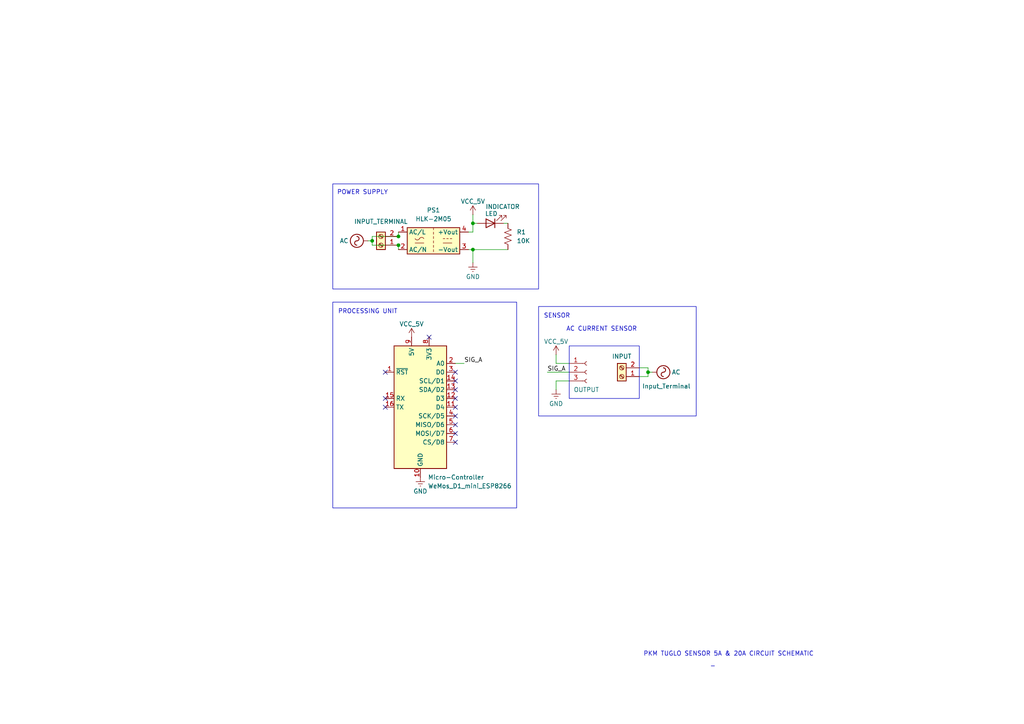
<source format=kicad_sch>
(kicad_sch
	(version 20231120)
	(generator "eeschema")
	(generator_version "8.0")
	(uuid "dce5aaaf-37eb-402b-91a9-a881a793c1ba")
	(paper "A4")
	(lib_symbols
		(symbol "Connector:Conn_01x03_Socket"
			(pin_names
				(offset 1.016) hide)
			(exclude_from_sim no)
			(in_bom yes)
			(on_board yes)
			(property "Reference" "J"
				(at 0 5.08 0)
				(effects
					(font
						(size 1.27 1.27)
					)
				)
			)
			(property "Value" "Conn_01x03_Socket"
				(at 0 -5.08 0)
				(effects
					(font
						(size 1.27 1.27)
					)
				)
			)
			(property "Footprint" ""
				(at 0 0 0)
				(effects
					(font
						(size 1.27 1.27)
					)
					(hide yes)
				)
			)
			(property "Datasheet" "~"
				(at 0 0 0)
				(effects
					(font
						(size 1.27 1.27)
					)
					(hide yes)
				)
			)
			(property "Description" "Generic connector, single row, 01x03, script generated"
				(at 0 0 0)
				(effects
					(font
						(size 1.27 1.27)
					)
					(hide yes)
				)
			)
			(property "ki_locked" ""
				(at 0 0 0)
				(effects
					(font
						(size 1.27 1.27)
					)
				)
			)
			(property "ki_keywords" "connector"
				(at 0 0 0)
				(effects
					(font
						(size 1.27 1.27)
					)
					(hide yes)
				)
			)
			(property "ki_fp_filters" "Connector*:*_1x??_*"
				(at 0 0 0)
				(effects
					(font
						(size 1.27 1.27)
					)
					(hide yes)
				)
			)
			(symbol "Conn_01x03_Socket_1_1"
				(arc
					(start 0 -2.032)
					(mid -0.5058 -2.54)
					(end 0 -3.048)
					(stroke
						(width 0.1524)
						(type default)
					)
					(fill
						(type none)
					)
				)
				(polyline
					(pts
						(xy -1.27 -2.54) (xy -0.508 -2.54)
					)
					(stroke
						(width 0.1524)
						(type default)
					)
					(fill
						(type none)
					)
				)
				(polyline
					(pts
						(xy -1.27 0) (xy -0.508 0)
					)
					(stroke
						(width 0.1524)
						(type default)
					)
					(fill
						(type none)
					)
				)
				(polyline
					(pts
						(xy -1.27 2.54) (xy -0.508 2.54)
					)
					(stroke
						(width 0.1524)
						(type default)
					)
					(fill
						(type none)
					)
				)
				(arc
					(start 0 0.508)
					(mid -0.5058 0)
					(end 0 -0.508)
					(stroke
						(width 0.1524)
						(type default)
					)
					(fill
						(type none)
					)
				)
				(arc
					(start 0 3.048)
					(mid -0.5058 2.54)
					(end 0 2.032)
					(stroke
						(width 0.1524)
						(type default)
					)
					(fill
						(type none)
					)
				)
				(pin passive line
					(at -5.08 2.54 0)
					(length 3.81)
					(name "Pin_1"
						(effects
							(font
								(size 1.27 1.27)
							)
						)
					)
					(number "1"
						(effects
							(font
								(size 1.27 1.27)
							)
						)
					)
				)
				(pin passive line
					(at -5.08 0 0)
					(length 3.81)
					(name "Pin_2"
						(effects
							(font
								(size 1.27 1.27)
							)
						)
					)
					(number "2"
						(effects
							(font
								(size 1.27 1.27)
							)
						)
					)
				)
				(pin passive line
					(at -5.08 -2.54 0)
					(length 3.81)
					(name "Pin_3"
						(effects
							(font
								(size 1.27 1.27)
							)
						)
					)
					(number "3"
						(effects
							(font
								(size 1.27 1.27)
							)
						)
					)
				)
			)
		)
		(symbol "Connector:Screw_Terminal_01x02"
			(pin_names
				(offset 1.016) hide)
			(exclude_from_sim no)
			(in_bom yes)
			(on_board yes)
			(property "Reference" "J"
				(at 0 2.54 0)
				(effects
					(font
						(size 1.27 1.27)
					)
				)
			)
			(property "Value" "Screw_Terminal_01x02"
				(at 0 -5.08 0)
				(effects
					(font
						(size 1.27 1.27)
					)
				)
			)
			(property "Footprint" ""
				(at 0 0 0)
				(effects
					(font
						(size 1.27 1.27)
					)
					(hide yes)
				)
			)
			(property "Datasheet" "~"
				(at 0 0 0)
				(effects
					(font
						(size 1.27 1.27)
					)
					(hide yes)
				)
			)
			(property "Description" "Generic screw terminal, single row, 01x02, script generated (kicad-library-utils/schlib/autogen/connector/)"
				(at 0 0 0)
				(effects
					(font
						(size 1.27 1.27)
					)
					(hide yes)
				)
			)
			(property "ki_keywords" "screw terminal"
				(at 0 0 0)
				(effects
					(font
						(size 1.27 1.27)
					)
					(hide yes)
				)
			)
			(property "ki_fp_filters" "TerminalBlock*:*"
				(at 0 0 0)
				(effects
					(font
						(size 1.27 1.27)
					)
					(hide yes)
				)
			)
			(symbol "Screw_Terminal_01x02_1_1"
				(rectangle
					(start -1.27 1.27)
					(end 1.27 -3.81)
					(stroke
						(width 0.254)
						(type default)
					)
					(fill
						(type background)
					)
				)
				(circle
					(center 0 -2.54)
					(radius 0.635)
					(stroke
						(width 0.1524)
						(type default)
					)
					(fill
						(type none)
					)
				)
				(polyline
					(pts
						(xy -0.5334 -2.2098) (xy 0.3302 -3.048)
					)
					(stroke
						(width 0.1524)
						(type default)
					)
					(fill
						(type none)
					)
				)
				(polyline
					(pts
						(xy -0.5334 0.3302) (xy 0.3302 -0.508)
					)
					(stroke
						(width 0.1524)
						(type default)
					)
					(fill
						(type none)
					)
				)
				(polyline
					(pts
						(xy -0.3556 -2.032) (xy 0.508 -2.8702)
					)
					(stroke
						(width 0.1524)
						(type default)
					)
					(fill
						(type none)
					)
				)
				(polyline
					(pts
						(xy -0.3556 0.508) (xy 0.508 -0.3302)
					)
					(stroke
						(width 0.1524)
						(type default)
					)
					(fill
						(type none)
					)
				)
				(circle
					(center 0 0)
					(radius 0.635)
					(stroke
						(width 0.1524)
						(type default)
					)
					(fill
						(type none)
					)
				)
				(pin passive line
					(at -5.08 0 0)
					(length 3.81)
					(name "Pin_1"
						(effects
							(font
								(size 1.27 1.27)
							)
						)
					)
					(number "1"
						(effects
							(font
								(size 1.27 1.27)
							)
						)
					)
				)
				(pin passive line
					(at -5.08 -2.54 0)
					(length 3.81)
					(name "Pin_2"
						(effects
							(font
								(size 1.27 1.27)
							)
						)
					)
					(number "2"
						(effects
							(font
								(size 1.27 1.27)
							)
						)
					)
				)
			)
		)
		(symbol "Converter_ACDC:HLK-2M05"
			(exclude_from_sim no)
			(in_bom yes)
			(on_board yes)
			(property "Reference" "PS"
				(at 0 5.08 0)
				(effects
					(font
						(size 1.27 1.27)
					)
				)
			)
			(property "Value" "HLK-2M05"
				(at 0 -5.08 0)
				(effects
					(font
						(size 1.27 1.27)
					)
				)
			)
			(property "Footprint" "Converter_ACDC:Converter_ACDC_Hi-Link_HLK-2Mxx"
				(at 0 -7.62 0)
				(effects
					(font
						(size 1.27 1.27)
					)
					(hide yes)
				)
			)
			(property "Datasheet" "https://h.hlktech.com/download/ACDC%E7%94%B5%E6%BA%90%E6%A8%A1%E5%9D%972W%E7%B3%BB%E5%88%97/1/%E6%B5%B7%E5%87%8C%E7%A7%912W%E7%B3%BB%E5%88%97%E7%94%B5%E6%BA%90%E6%A8%A1%E5%9D%97%E8%AF%B4%E6%98%8E%E4%B9%A6V2.6.pdf"
				(at 10.16 -8.89 0)
				(effects
					(font
						(size 1.27 1.27)
					)
					(hide yes)
				)
			)
			(property "Description" "Compact AC/DC board mount power module 2W 5V"
				(at 0 0 0)
				(effects
					(font
						(size 1.27 1.27)
					)
					(hide yes)
				)
			)
			(property "ki_keywords" "AC/DC module power supply"
				(at 0 0 0)
				(effects
					(font
						(size 1.27 1.27)
					)
					(hide yes)
				)
			)
			(property "ki_fp_filters" "Converter*ACDC*Hi?Link*HLK?2M*"
				(at 0 0 0)
				(effects
					(font
						(size 1.27 1.27)
					)
					(hide yes)
				)
			)
			(symbol "HLK-2M05_0_1"
				(rectangle
					(start -7.62 3.81)
					(end 7.62 -3.81)
					(stroke
						(width 0.254)
						(type default)
					)
					(fill
						(type background)
					)
				)
				(arc
					(start -5.334 0.635)
					(mid -4.699 0.2495)
					(end -4.064 0.635)
					(stroke
						(width 0)
						(type default)
					)
					(fill
						(type none)
					)
				)
				(arc
					(start -2.794 0.635)
					(mid -3.429 1.0072)
					(end -4.064 0.635)
					(stroke
						(width 0)
						(type default)
					)
					(fill
						(type none)
					)
				)
				(polyline
					(pts
						(xy -5.334 -0.635) (xy -2.794 -0.635)
					)
					(stroke
						(width 0)
						(type default)
					)
					(fill
						(type none)
					)
				)
				(polyline
					(pts
						(xy 0 -2.54) (xy 0 -3.175)
					)
					(stroke
						(width 0)
						(type default)
					)
					(fill
						(type none)
					)
				)
				(polyline
					(pts
						(xy 0 -1.27) (xy 0 -1.905)
					)
					(stroke
						(width 0)
						(type default)
					)
					(fill
						(type none)
					)
				)
				(polyline
					(pts
						(xy 0 0) (xy 0 -0.635)
					)
					(stroke
						(width 0)
						(type default)
					)
					(fill
						(type none)
					)
				)
				(polyline
					(pts
						(xy 0 1.27) (xy 0 0.635)
					)
					(stroke
						(width 0)
						(type default)
					)
					(fill
						(type none)
					)
				)
				(polyline
					(pts
						(xy 0 2.54) (xy 0 1.905)
					)
					(stroke
						(width 0)
						(type default)
					)
					(fill
						(type none)
					)
				)
				(polyline
					(pts
						(xy 0 3.81) (xy 0 3.175)
					)
					(stroke
						(width 0)
						(type default)
					)
					(fill
						(type none)
					)
				)
				(polyline
					(pts
						(xy 2.794 -0.635) (xy 5.334 -0.635)
					)
					(stroke
						(width 0)
						(type default)
					)
					(fill
						(type none)
					)
				)
				(polyline
					(pts
						(xy 2.794 0.635) (xy 3.302 0.635)
					)
					(stroke
						(width 0)
						(type default)
					)
					(fill
						(type none)
					)
				)
				(polyline
					(pts
						(xy 3.81 0.635) (xy 4.318 0.635)
					)
					(stroke
						(width 0)
						(type default)
					)
					(fill
						(type none)
					)
				)
				(polyline
					(pts
						(xy 4.826 0.635) (xy 5.334 0.635)
					)
					(stroke
						(width 0)
						(type default)
					)
					(fill
						(type none)
					)
				)
			)
			(symbol "HLK-2M05_1_1"
				(pin power_in line
					(at -10.16 2.54 0)
					(length 2.54)
					(name "AC/L"
						(effects
							(font
								(size 1.27 1.27)
							)
						)
					)
					(number "1"
						(effects
							(font
								(size 1.27 1.27)
							)
						)
					)
				)
				(pin power_in line
					(at -10.16 -2.54 0)
					(length 2.54)
					(name "AC/N"
						(effects
							(font
								(size 1.27 1.27)
							)
						)
					)
					(number "2"
						(effects
							(font
								(size 1.27 1.27)
							)
						)
					)
				)
				(pin power_out line
					(at 10.16 -2.54 180)
					(length 2.54)
					(name "-Vout"
						(effects
							(font
								(size 1.27 1.27)
							)
						)
					)
					(number "3"
						(effects
							(font
								(size 1.27 1.27)
							)
						)
					)
				)
				(pin power_out line
					(at 10.16 2.54 180)
					(length 2.54)
					(name "+Vout"
						(effects
							(font
								(size 1.27 1.27)
							)
						)
					)
					(number "4"
						(effects
							(font
								(size 1.27 1.27)
							)
						)
					)
				)
			)
		)
		(symbol "Device:LED"
			(pin_numbers hide)
			(pin_names
				(offset 1.016) hide)
			(exclude_from_sim no)
			(in_bom yes)
			(on_board yes)
			(property "Reference" "D"
				(at 0 2.54 0)
				(effects
					(font
						(size 1.27 1.27)
					)
				)
			)
			(property "Value" "LED"
				(at 0 -2.54 0)
				(effects
					(font
						(size 1.27 1.27)
					)
				)
			)
			(property "Footprint" ""
				(at 0 0 0)
				(effects
					(font
						(size 1.27 1.27)
					)
					(hide yes)
				)
			)
			(property "Datasheet" "~"
				(at 0 0 0)
				(effects
					(font
						(size 1.27 1.27)
					)
					(hide yes)
				)
			)
			(property "Description" "Light emitting diode"
				(at 0 0 0)
				(effects
					(font
						(size 1.27 1.27)
					)
					(hide yes)
				)
			)
			(property "ki_keywords" "LED diode"
				(at 0 0 0)
				(effects
					(font
						(size 1.27 1.27)
					)
					(hide yes)
				)
			)
			(property "ki_fp_filters" "LED* LED_SMD:* LED_THT:*"
				(at 0 0 0)
				(effects
					(font
						(size 1.27 1.27)
					)
					(hide yes)
				)
			)
			(symbol "LED_0_1"
				(polyline
					(pts
						(xy -1.27 -1.27) (xy -1.27 1.27)
					)
					(stroke
						(width 0.254)
						(type default)
					)
					(fill
						(type none)
					)
				)
				(polyline
					(pts
						(xy -1.27 0) (xy 1.27 0)
					)
					(stroke
						(width 0)
						(type default)
					)
					(fill
						(type none)
					)
				)
				(polyline
					(pts
						(xy 1.27 -1.27) (xy 1.27 1.27) (xy -1.27 0) (xy 1.27 -1.27)
					)
					(stroke
						(width 0.254)
						(type default)
					)
					(fill
						(type none)
					)
				)
				(polyline
					(pts
						(xy -3.048 -0.762) (xy -4.572 -2.286) (xy -3.81 -2.286) (xy -4.572 -2.286) (xy -4.572 -1.524)
					)
					(stroke
						(width 0)
						(type default)
					)
					(fill
						(type none)
					)
				)
				(polyline
					(pts
						(xy -1.778 -0.762) (xy -3.302 -2.286) (xy -2.54 -2.286) (xy -3.302 -2.286) (xy -3.302 -1.524)
					)
					(stroke
						(width 0)
						(type default)
					)
					(fill
						(type none)
					)
				)
			)
			(symbol "LED_1_1"
				(pin passive line
					(at -3.81 0 0)
					(length 2.54)
					(name "K"
						(effects
							(font
								(size 1.27 1.27)
							)
						)
					)
					(number "1"
						(effects
							(font
								(size 1.27 1.27)
							)
						)
					)
				)
				(pin passive line
					(at 3.81 0 180)
					(length 2.54)
					(name "A"
						(effects
							(font
								(size 1.27 1.27)
							)
						)
					)
					(number "2"
						(effects
							(font
								(size 1.27 1.27)
							)
						)
					)
				)
			)
		)
		(symbol "Device:R_US"
			(pin_numbers hide)
			(pin_names
				(offset 0)
			)
			(exclude_from_sim no)
			(in_bom yes)
			(on_board yes)
			(property "Reference" "R"
				(at 2.54 0 90)
				(effects
					(font
						(size 1.27 1.27)
					)
				)
			)
			(property "Value" "R_US"
				(at -2.54 0 90)
				(effects
					(font
						(size 1.27 1.27)
					)
				)
			)
			(property "Footprint" ""
				(at 1.016 -0.254 90)
				(effects
					(font
						(size 1.27 1.27)
					)
					(hide yes)
				)
			)
			(property "Datasheet" "~"
				(at 0 0 0)
				(effects
					(font
						(size 1.27 1.27)
					)
					(hide yes)
				)
			)
			(property "Description" "Resistor, US symbol"
				(at 0 0 0)
				(effects
					(font
						(size 1.27 1.27)
					)
					(hide yes)
				)
			)
			(property "ki_keywords" "R res resistor"
				(at 0 0 0)
				(effects
					(font
						(size 1.27 1.27)
					)
					(hide yes)
				)
			)
			(property "ki_fp_filters" "R_*"
				(at 0 0 0)
				(effects
					(font
						(size 1.27 1.27)
					)
					(hide yes)
				)
			)
			(symbol "R_US_0_1"
				(polyline
					(pts
						(xy 0 -2.286) (xy 0 -2.54)
					)
					(stroke
						(width 0)
						(type default)
					)
					(fill
						(type none)
					)
				)
				(polyline
					(pts
						(xy 0 2.286) (xy 0 2.54)
					)
					(stroke
						(width 0)
						(type default)
					)
					(fill
						(type none)
					)
				)
				(polyline
					(pts
						(xy 0 -0.762) (xy 1.016 -1.143) (xy 0 -1.524) (xy -1.016 -1.905) (xy 0 -2.286)
					)
					(stroke
						(width 0)
						(type default)
					)
					(fill
						(type none)
					)
				)
				(polyline
					(pts
						(xy 0 0.762) (xy 1.016 0.381) (xy 0 0) (xy -1.016 -0.381) (xy 0 -0.762)
					)
					(stroke
						(width 0)
						(type default)
					)
					(fill
						(type none)
					)
				)
				(polyline
					(pts
						(xy 0 2.286) (xy 1.016 1.905) (xy 0 1.524) (xy -1.016 1.143) (xy 0 0.762)
					)
					(stroke
						(width 0)
						(type default)
					)
					(fill
						(type none)
					)
				)
			)
			(symbol "R_US_1_1"
				(pin passive line
					(at 0 3.81 270)
					(length 1.27)
					(name "~"
						(effects
							(font
								(size 1.27 1.27)
							)
						)
					)
					(number "1"
						(effects
							(font
								(size 1.27 1.27)
							)
						)
					)
				)
				(pin passive line
					(at 0 -3.81 90)
					(length 1.27)
					(name "~"
						(effects
							(font
								(size 1.27 1.27)
							)
						)
					)
					(number "2"
						(effects
							(font
								(size 1.27 1.27)
							)
						)
					)
				)
			)
		)
		(symbol "MCU_Module:WeMos_D1_mini"
			(exclude_from_sim no)
			(in_bom yes)
			(on_board yes)
			(property "Reference" "U"
				(at 3.81 19.05 0)
				(effects
					(font
						(size 1.27 1.27)
					)
					(justify left)
				)
			)
			(property "Value" "WeMos_D1_mini"
				(at 1.27 -19.05 0)
				(effects
					(font
						(size 1.27 1.27)
					)
					(justify left)
				)
			)
			(property "Footprint" "Module:WEMOS_D1_mini_light"
				(at 0 -29.21 0)
				(effects
					(font
						(size 1.27 1.27)
					)
					(hide yes)
				)
			)
			(property "Datasheet" "https://wiki.wemos.cc/products:d1:d1_mini#documentation"
				(at -46.99 -29.21 0)
				(effects
					(font
						(size 1.27 1.27)
					)
					(hide yes)
				)
			)
			(property "Description" "32-bit microcontroller module with WiFi"
				(at 0 0 0)
				(effects
					(font
						(size 1.27 1.27)
					)
					(hide yes)
				)
			)
			(property "ki_keywords" "ESP8266 WiFi microcontroller ESP8266EX"
				(at 0 0 0)
				(effects
					(font
						(size 1.27 1.27)
					)
					(hide yes)
				)
			)
			(property "ki_fp_filters" "WEMOS*D1*mini*"
				(at 0 0 0)
				(effects
					(font
						(size 1.27 1.27)
					)
					(hide yes)
				)
			)
			(symbol "WeMos_D1_mini_1_1"
				(rectangle
					(start -7.62 17.78)
					(end 7.62 -17.78)
					(stroke
						(width 0.254)
						(type default)
					)
					(fill
						(type background)
					)
				)
				(pin input line
					(at -10.16 10.16 0)
					(length 2.54)
					(name "~{RST}"
						(effects
							(font
								(size 1.27 1.27)
							)
						)
					)
					(number "1"
						(effects
							(font
								(size 1.27 1.27)
							)
						)
					)
				)
				(pin power_in line
					(at 0 -20.32 90)
					(length 2.54)
					(name "GND"
						(effects
							(font
								(size 1.27 1.27)
							)
						)
					)
					(number "10"
						(effects
							(font
								(size 1.27 1.27)
							)
						)
					)
				)
				(pin bidirectional line
					(at 10.16 0 180)
					(length 2.54)
					(name "D4"
						(effects
							(font
								(size 1.27 1.27)
							)
						)
					)
					(number "11"
						(effects
							(font
								(size 1.27 1.27)
							)
						)
					)
				)
				(pin bidirectional line
					(at 10.16 2.54 180)
					(length 2.54)
					(name "D3"
						(effects
							(font
								(size 1.27 1.27)
							)
						)
					)
					(number "12"
						(effects
							(font
								(size 1.27 1.27)
							)
						)
					)
				)
				(pin bidirectional line
					(at 10.16 5.08 180)
					(length 2.54)
					(name "SDA/D2"
						(effects
							(font
								(size 1.27 1.27)
							)
						)
					)
					(number "13"
						(effects
							(font
								(size 1.27 1.27)
							)
						)
					)
				)
				(pin bidirectional line
					(at 10.16 7.62 180)
					(length 2.54)
					(name "SCL/D1"
						(effects
							(font
								(size 1.27 1.27)
							)
						)
					)
					(number "14"
						(effects
							(font
								(size 1.27 1.27)
							)
						)
					)
				)
				(pin input line
					(at -10.16 2.54 0)
					(length 2.54)
					(name "RX"
						(effects
							(font
								(size 1.27 1.27)
							)
						)
					)
					(number "15"
						(effects
							(font
								(size 1.27 1.27)
							)
						)
					)
				)
				(pin output line
					(at -10.16 0 0)
					(length 2.54)
					(name "TX"
						(effects
							(font
								(size 1.27 1.27)
							)
						)
					)
					(number "16"
						(effects
							(font
								(size 1.27 1.27)
							)
						)
					)
				)
				(pin input line
					(at 10.16 12.7 180)
					(length 2.54)
					(name "A0"
						(effects
							(font
								(size 1.27 1.27)
							)
						)
					)
					(number "2"
						(effects
							(font
								(size 1.27 1.27)
							)
						)
					)
				)
				(pin bidirectional line
					(at 10.16 10.16 180)
					(length 2.54)
					(name "D0"
						(effects
							(font
								(size 1.27 1.27)
							)
						)
					)
					(number "3"
						(effects
							(font
								(size 1.27 1.27)
							)
						)
					)
				)
				(pin bidirectional line
					(at 10.16 -2.54 180)
					(length 2.54)
					(name "SCK/D5"
						(effects
							(font
								(size 1.27 1.27)
							)
						)
					)
					(number "4"
						(effects
							(font
								(size 1.27 1.27)
							)
						)
					)
				)
				(pin bidirectional line
					(at 10.16 -5.08 180)
					(length 2.54)
					(name "MISO/D6"
						(effects
							(font
								(size 1.27 1.27)
							)
						)
					)
					(number "5"
						(effects
							(font
								(size 1.27 1.27)
							)
						)
					)
				)
				(pin bidirectional line
					(at 10.16 -7.62 180)
					(length 2.54)
					(name "MOSI/D7"
						(effects
							(font
								(size 1.27 1.27)
							)
						)
					)
					(number "6"
						(effects
							(font
								(size 1.27 1.27)
							)
						)
					)
				)
				(pin bidirectional line
					(at 10.16 -10.16 180)
					(length 2.54)
					(name "CS/D8"
						(effects
							(font
								(size 1.27 1.27)
							)
						)
					)
					(number "7"
						(effects
							(font
								(size 1.27 1.27)
							)
						)
					)
				)
				(pin power_out line
					(at 2.54 20.32 270)
					(length 2.54)
					(name "3V3"
						(effects
							(font
								(size 1.27 1.27)
							)
						)
					)
					(number "8"
						(effects
							(font
								(size 1.27 1.27)
							)
						)
					)
				)
				(pin power_in line
					(at -2.54 20.32 270)
					(length 2.54)
					(name "5V"
						(effects
							(font
								(size 1.27 1.27)
							)
						)
					)
					(number "9"
						(effects
							(font
								(size 1.27 1.27)
							)
						)
					)
				)
			)
		)
		(symbol "power:AC"
			(power)
			(pin_numbers hide)
			(pin_names
				(offset 0) hide)
			(exclude_from_sim no)
			(in_bom yes)
			(on_board yes)
			(property "Reference" "#PWR"
				(at 0 -2.54 0)
				(effects
					(font
						(size 1.27 1.27)
					)
					(hide yes)
				)
			)
			(property "Value" "AC"
				(at 0 6.35 0)
				(effects
					(font
						(size 1.27 1.27)
					)
				)
			)
			(property "Footprint" ""
				(at 0 0 0)
				(effects
					(font
						(size 1.27 1.27)
					)
					(hide yes)
				)
			)
			(property "Datasheet" ""
				(at 0 0 0)
				(effects
					(font
						(size 1.27 1.27)
					)
					(hide yes)
				)
			)
			(property "Description" "Power symbol creates a global label with name \"AC\""
				(at 0 0 0)
				(effects
					(font
						(size 1.27 1.27)
					)
					(hide yes)
				)
			)
			(property "ki_keywords" "global power"
				(at 0 0 0)
				(effects
					(font
						(size 1.27 1.27)
					)
					(hide yes)
				)
			)
			(symbol "AC_0_1"
				(polyline
					(pts
						(xy 0 0) (xy 0 1.27)
					)
					(stroke
						(width 0)
						(type default)
					)
					(fill
						(type none)
					)
				)
				(arc
					(start 0 3.175)
					(mid -0.635 3.8073)
					(end -1.27 3.175)
					(stroke
						(width 0.254)
						(type default)
					)
					(fill
						(type none)
					)
				)
				(arc
					(start 0 3.175)
					(mid 0.635 2.5427)
					(end 1.27 3.175)
					(stroke
						(width 0.254)
						(type default)
					)
					(fill
						(type none)
					)
				)
				(circle
					(center 0 3.175)
					(radius 1.905)
					(stroke
						(width 0.254)
						(type default)
					)
					(fill
						(type none)
					)
				)
			)
			(symbol "AC_1_1"
				(pin power_in line
					(at 0 0 90)
					(length 0)
					(name "~"
						(effects
							(font
								(size 1.27 1.27)
							)
						)
					)
					(number "1"
						(effects
							(font
								(size 1.27 1.27)
							)
						)
					)
				)
			)
		)
		(symbol "power:GNDREF"
			(power)
			(pin_numbers hide)
			(pin_names
				(offset 0) hide)
			(exclude_from_sim no)
			(in_bom yes)
			(on_board yes)
			(property "Reference" "#PWR"
				(at 0 -6.35 0)
				(effects
					(font
						(size 1.27 1.27)
					)
					(hide yes)
				)
			)
			(property "Value" "GNDREF"
				(at 0 -3.81 0)
				(effects
					(font
						(size 1.27 1.27)
					)
				)
			)
			(property "Footprint" ""
				(at 0 0 0)
				(effects
					(font
						(size 1.27 1.27)
					)
					(hide yes)
				)
			)
			(property "Datasheet" ""
				(at 0 0 0)
				(effects
					(font
						(size 1.27 1.27)
					)
					(hide yes)
				)
			)
			(property "Description" "Power symbol creates a global label with name \"GNDREF\" , reference supply ground"
				(at 0 0 0)
				(effects
					(font
						(size 1.27 1.27)
					)
					(hide yes)
				)
			)
			(property "ki_keywords" "global power"
				(at 0 0 0)
				(effects
					(font
						(size 1.27 1.27)
					)
					(hide yes)
				)
			)
			(symbol "GNDREF_0_1"
				(polyline
					(pts
						(xy -0.635 -1.905) (xy 0.635 -1.905)
					)
					(stroke
						(width 0)
						(type default)
					)
					(fill
						(type none)
					)
				)
				(polyline
					(pts
						(xy -0.127 -2.54) (xy 0.127 -2.54)
					)
					(stroke
						(width 0)
						(type default)
					)
					(fill
						(type none)
					)
				)
				(polyline
					(pts
						(xy 0 -1.27) (xy 0 0)
					)
					(stroke
						(width 0)
						(type default)
					)
					(fill
						(type none)
					)
				)
				(polyline
					(pts
						(xy 1.27 -1.27) (xy -1.27 -1.27)
					)
					(stroke
						(width 0)
						(type default)
					)
					(fill
						(type none)
					)
				)
			)
			(symbol "GNDREF_1_1"
				(pin power_in line
					(at 0 0 270)
					(length 0)
					(name "~"
						(effects
							(font
								(size 1.27 1.27)
							)
						)
					)
					(number "1"
						(effects
							(font
								(size 1.27 1.27)
							)
						)
					)
				)
			)
		)
		(symbol "power:VCC"
			(power)
			(pin_numbers hide)
			(pin_names
				(offset 0) hide)
			(exclude_from_sim no)
			(in_bom yes)
			(on_board yes)
			(property "Reference" "#PWR"
				(at 0 -3.81 0)
				(effects
					(font
						(size 1.27 1.27)
					)
					(hide yes)
				)
			)
			(property "Value" "VCC"
				(at 0 3.556 0)
				(effects
					(font
						(size 1.27 1.27)
					)
				)
			)
			(property "Footprint" ""
				(at 0 0 0)
				(effects
					(font
						(size 1.27 1.27)
					)
					(hide yes)
				)
			)
			(property "Datasheet" ""
				(at 0 0 0)
				(effects
					(font
						(size 1.27 1.27)
					)
					(hide yes)
				)
			)
			(property "Description" "Power symbol creates a global label with name \"VCC\""
				(at 0 0 0)
				(effects
					(font
						(size 1.27 1.27)
					)
					(hide yes)
				)
			)
			(property "ki_keywords" "global power"
				(at 0 0 0)
				(effects
					(font
						(size 1.27 1.27)
					)
					(hide yes)
				)
			)
			(symbol "VCC_0_1"
				(polyline
					(pts
						(xy -0.762 1.27) (xy 0 2.54)
					)
					(stroke
						(width 0)
						(type default)
					)
					(fill
						(type none)
					)
				)
				(polyline
					(pts
						(xy 0 0) (xy 0 2.54)
					)
					(stroke
						(width 0)
						(type default)
					)
					(fill
						(type none)
					)
				)
				(polyline
					(pts
						(xy 0 2.54) (xy 0.762 1.27)
					)
					(stroke
						(width 0)
						(type default)
					)
					(fill
						(type none)
					)
				)
			)
			(symbol "VCC_1_1"
				(pin power_in line
					(at 0 0 90)
					(length 0)
					(name "~"
						(effects
							(font
								(size 1.27 1.27)
							)
						)
					)
					(number "1"
						(effects
							(font
								(size 1.27 1.27)
							)
						)
					)
				)
			)
		)
	)
	(junction
		(at 115.57 68.58)
		(diameter 0)
		(color 0 0 0 0)
		(uuid "1875672a-eb9f-4b68-b195-365034c7b003")
	)
	(junction
		(at 137.16 64.77)
		(diameter 0)
		(color 0 0 0 0)
		(uuid "327b8154-a36b-4c68-99bf-71c0497b7f2c")
	)
	(junction
		(at 115.57 71.12)
		(diameter 0)
		(color 0 0 0 0)
		(uuid "6d028dfa-5ba1-41bf-a7b3-f355d101cde0")
	)
	(junction
		(at 137.16 72.39)
		(diameter 0)
		(color 0 0 0 0)
		(uuid "e16e5cfb-ebc5-47b6-aece-05aa870d1cae")
	)
	(junction
		(at 107.95 69.85)
		(diameter 0)
		(color 0 0 0 0)
		(uuid "f61b7c45-0db9-4de3-9b61-c56d00133417")
	)
	(junction
		(at 187.96 107.95)
		(diameter 0)
		(color 0 0 0 0)
		(uuid "fd2450fb-0bee-41a4-9b2c-eebb8f01e132")
	)
	(no_connect
		(at 111.76 107.95)
		(uuid "27c6ec75-7e68-4b00-986c-b6ca2f1c33c9")
	)
	(no_connect
		(at 132.08 123.19)
		(uuid "2a9780a6-7d09-454f-824d-490cfe3b0551")
	)
	(no_connect
		(at 132.08 120.65)
		(uuid "2faa9c9a-9ddf-477e-8db1-08360566a590")
	)
	(no_connect
		(at 132.08 125.73)
		(uuid "4c37322a-144b-49dc-a1ba-e2668e54603c")
	)
	(no_connect
		(at 132.08 128.27)
		(uuid "5b284b95-4481-4904-a679-c39531a2510f")
	)
	(no_connect
		(at 132.08 107.95)
		(uuid "61cb8146-97e4-47e9-85e5-5d33b157b26d")
	)
	(no_connect
		(at 132.08 118.11)
		(uuid "648690e2-a299-486e-91e4-38644770fd1a")
	)
	(no_connect
		(at 132.08 115.57)
		(uuid "84643280-2900-40a9-b0ad-14d7d929ffd9")
	)
	(no_connect
		(at 132.08 110.49)
		(uuid "88d5017c-7ce9-4dbe-997f-b83525dfb151")
	)
	(no_connect
		(at 111.76 115.57)
		(uuid "abdfab5f-18fe-4a8d-bae2-d0341c67c35f")
	)
	(no_connect
		(at 132.08 113.03)
		(uuid "e693931e-979b-4917-be30-99fbae35588b")
	)
	(no_connect
		(at 124.46 97.79)
		(uuid "eafb7ebc-379d-415d-b0cc-ebcb1184bcaa")
	)
	(no_connect
		(at 111.76 118.11)
		(uuid "f029922b-63ff-418a-8c29-f07e5a5cb44d")
	)
	(wire
		(pts
			(xy 137.16 67.31) (xy 137.16 64.77)
		)
		(stroke
			(width 0)
			(type default)
		)
		(uuid "105015bd-40ff-43f9-bb13-adb60b265379")
	)
	(wire
		(pts
			(xy 137.16 72.39) (xy 137.16 76.2)
		)
		(stroke
			(width 0)
			(type default)
		)
		(uuid "14ba6649-e738-4da5-9d17-a6384d9b123e")
	)
	(wire
		(pts
			(xy 132.08 105.41) (xy 134.62 105.41)
		)
		(stroke
			(width 0)
			(type default)
		)
		(uuid "17285ad1-be21-46b5-9164-3b996b6f4034")
	)
	(wire
		(pts
			(xy 185.42 106.68) (xy 187.96 106.68)
		)
		(stroke
			(width 0)
			(type default)
		)
		(uuid "1858b190-83da-4f3f-a876-175a9778b28e")
	)
	(wire
		(pts
			(xy 107.95 69.85) (xy 107.95 68.58)
		)
		(stroke
			(width 0)
			(type default)
		)
		(uuid "1c6bbe84-63c6-40ee-b4ca-a7f6fa039155")
	)
	(wire
		(pts
			(xy 187.96 107.95) (xy 187.96 106.68)
		)
		(stroke
			(width 0)
			(type default)
		)
		(uuid "1f71c38c-747e-40f5-95a6-0de716c3597f")
	)
	(wire
		(pts
			(xy 115.57 71.12) (xy 107.95 71.12)
		)
		(stroke
			(width 0)
			(type default)
		)
		(uuid "28b8624f-c4e2-45fe-8004-6d444e97896c")
	)
	(wire
		(pts
			(xy 107.95 68.58) (xy 115.57 68.58)
		)
		(stroke
			(width 0)
			(type default)
		)
		(uuid "3bacf2e9-d90a-48a7-9cc6-d96e2a6a84ee")
	)
	(wire
		(pts
			(xy 137.16 64.77) (xy 137.16 62.23)
		)
		(stroke
			(width 0)
			(type default)
		)
		(uuid "3d93b123-eb36-4d7d-9f5c-603f11edb14b")
	)
	(wire
		(pts
			(xy 161.29 105.41) (xy 165.1 105.41)
		)
		(stroke
			(width 0)
			(type default)
		)
		(uuid "4300ef90-fc02-4a8a-8fc2-a77517c9f9d2")
	)
	(wire
		(pts
			(xy 137.16 72.39) (xy 147.32 72.39)
		)
		(stroke
			(width 0)
			(type default)
		)
		(uuid "5a351b88-ba40-489b-96c2-ff7388f2babb")
	)
	(wire
		(pts
			(xy 187.96 107.95) (xy 189.23 107.95)
		)
		(stroke
			(width 0)
			(type default)
		)
		(uuid "5db374e1-f108-4fde-b54e-e985d639ee5c")
	)
	(wire
		(pts
			(xy 158.75 107.95) (xy 165.1 107.95)
		)
		(stroke
			(width 0)
			(type default)
		)
		(uuid "5deb3021-3859-4c8a-bff5-bf09d8ca1224")
	)
	(wire
		(pts
			(xy 137.16 64.77) (xy 138.43 64.77)
		)
		(stroke
			(width 0)
			(type default)
		)
		(uuid "722608c1-ee8e-4aa3-9d75-f840ba0fcffe")
	)
	(wire
		(pts
			(xy 161.29 102.87) (xy 161.29 105.41)
		)
		(stroke
			(width 0)
			(type default)
		)
		(uuid "7591a17b-3ad9-43cd-9a76-be2a748abcbf")
	)
	(wire
		(pts
			(xy 115.57 68.58) (xy 115.57 67.31)
		)
		(stroke
			(width 0)
			(type default)
		)
		(uuid "89c98752-dba1-4644-8909-388588e21913")
	)
	(wire
		(pts
			(xy 161.29 110.49) (xy 165.1 110.49)
		)
		(stroke
			(width 0)
			(type default)
		)
		(uuid "8d25107e-1c69-466a-849f-874fc3399cba")
	)
	(wire
		(pts
			(xy 147.32 64.77) (xy 146.05 64.77)
		)
		(stroke
			(width 0)
			(type default)
		)
		(uuid "94dce451-676a-4489-8575-78dab9cb5007")
	)
	(wire
		(pts
			(xy 135.89 67.31) (xy 137.16 67.31)
		)
		(stroke
			(width 0)
			(type default)
		)
		(uuid "a8b84169-5ece-4873-9726-64aa842a7a57")
	)
	(wire
		(pts
			(xy 106.68 69.85) (xy 107.95 69.85)
		)
		(stroke
			(width 0)
			(type default)
		)
		(uuid "aace9d56-9136-4bf6-9850-174f572835b7")
	)
	(wire
		(pts
			(xy 185.42 109.22) (xy 187.96 109.22)
		)
		(stroke
			(width 0)
			(type default)
		)
		(uuid "afd594e2-f783-4fa0-b3a6-3537b88ce954")
	)
	(wire
		(pts
			(xy 115.57 71.12) (xy 115.57 72.39)
		)
		(stroke
			(width 0)
			(type default)
		)
		(uuid "ba998a90-8167-482f-93bd-153477781689")
	)
	(wire
		(pts
			(xy 107.95 69.85) (xy 107.95 71.12)
		)
		(stroke
			(width 0)
			(type default)
		)
		(uuid "c6073e81-a07d-4106-98aa-84c8f412f92e")
	)
	(wire
		(pts
			(xy 135.89 72.39) (xy 137.16 72.39)
		)
		(stroke
			(width 0)
			(type default)
		)
		(uuid "dc06b072-6e8d-4986-916f-1c0be222f858")
	)
	(wire
		(pts
			(xy 187.96 109.22) (xy 187.96 107.95)
		)
		(stroke
			(width 0)
			(type default)
		)
		(uuid "eeec178b-4875-4dfa-8638-80d8ae0d21aa")
	)
	(wire
		(pts
			(xy 161.29 113.03) (xy 161.29 110.49)
		)
		(stroke
			(width 0)
			(type default)
		)
		(uuid "fcd558a7-a215-4de3-9228-20ce7d7d5223")
	)
	(rectangle
		(start 165.1 100.33)
		(end 185.42 115.57)
		(stroke
			(width 0)
			(type default)
		)
		(fill
			(type none)
		)
		(uuid 4f46792a-132b-4860-ab25-f802e87851c9)
	)
	(rectangle
		(start 96.52 87.63)
		(end 149.86 147.32)
		(stroke
			(width 0)
			(type default)
		)
		(fill
			(type none)
		)
		(uuid 5d1669e6-7c7c-469a-a838-4d6d0a475b78)
	)
	(rectangle
		(start 156.21 88.9)
		(end 201.93 120.65)
		(stroke
			(width 0)
			(type default)
		)
		(fill
			(type none)
		)
		(uuid 773a5294-f210-4895-b0b0-3bdcfaa4371e)
	)
	(rectangle
		(start 96.52 53.34)
		(end 156.21 83.82)
		(stroke
			(width 0)
			(type default)
		)
		(fill
			(type none)
		)
		(uuid c6c7daa7-95b4-47e8-9deb-6fbce485c369)
	)
	(text "PKM TUGLO SENSOR 5A & 20A CIRCUIT SCHEMATIC"
		(exclude_from_sim no)
		(at 211.328 189.738 0)
		(effects
			(font
				(size 1.27 1.27)
			)
		)
		(uuid "08735785-e877-4d15-806f-b87f729a3b17")
	)
	(text "SENSOR"
		(exclude_from_sim no)
		(at 161.544 91.694 0)
		(effects
			(font
				(size 1.27 1.27)
			)
		)
		(uuid "2e20572b-fe8c-4884-9296-faa4533d5253")
	)
	(text "POWER SUPPLY"
		(exclude_from_sim no)
		(at 105.156 55.88 0)
		(effects
			(font
				(size 1.27 1.27)
			)
		)
		(uuid "9bced9e9-39b6-4a3b-ab88-b084c4bbec7b")
	)
	(text "AC CURRENT SENSOR"
		(exclude_from_sim no)
		(at 174.498 95.504 0)
		(effects
			(font
				(size 1.27 1.27)
			)
		)
		(uuid "9fa0b9df-98ee-4422-9482-eafaaa725922")
	)
	(text "PROCESSING UNIT"
		(exclude_from_sim no)
		(at 106.68 90.424 0)
		(effects
			(font
				(size 1.27 1.27)
			)
		)
		(uuid "c7f01b29-4588-4fa3-b36c-cc5181a1811f")
	)
	(text "-"
		(exclude_from_sim no)
		(at 206.756 193.294 0)
		(effects
			(font
				(size 1.27 1.27)
			)
		)
		(uuid "f3224bd4-cc3f-4f70-8add-6f655c16e285")
	)
	(label "SIG_A"
		(at 158.75 107.95 0)
		(fields_autoplaced yes)
		(effects
			(font
				(size 1.27 1.27)
			)
			(justify left bottom)
		)
		(uuid "c51627ad-c2ca-41a5-8e42-74f31e76ea8f")
	)
	(label "SIG_A"
		(at 134.62 105.41 0)
		(fields_autoplaced yes)
		(effects
			(font
				(size 1.27 1.27)
			)
			(justify left bottom)
		)
		(uuid "f37526b3-1e39-49be-baf3-b125be79c3cf")
	)
	(symbol
		(lib_id "power:VCC")
		(at 161.29 102.87 0)
		(unit 1)
		(exclude_from_sim no)
		(in_bom yes)
		(on_board yes)
		(dnp no)
		(uuid "0060c8bc-2f1c-4c30-9cd8-e3962733e9de")
		(property "Reference" "#PWR02"
			(at 161.29 106.68 0)
			(effects
				(font
					(size 1.27 1.27)
				)
				(hide yes)
			)
		)
		(property "Value" "VCC_5V"
			(at 161.29 99.06 0)
			(effects
				(font
					(size 1.27 1.27)
				)
			)
		)
		(property "Footprint" ""
			(at 161.29 102.87 0)
			(effects
				(font
					(size 1.27 1.27)
				)
				(hide yes)
			)
		)
		(property "Datasheet" ""
			(at 161.29 102.87 0)
			(effects
				(font
					(size 1.27 1.27)
				)
				(hide yes)
			)
		)
		(property "Description" "Power symbol creates a global label with name \"VCC\""
			(at 161.29 102.87 0)
			(effects
				(font
					(size 1.27 1.27)
				)
				(hide yes)
			)
		)
		(pin "1"
			(uuid "5cb6e74e-bfd1-4645-9c48-88a6f75a04d5")
		)
		(instances
			(project "Tuglo_Schematics"
				(path "/dce5aaaf-37eb-402b-91a9-a881a793c1ba"
					(reference "#PWR02")
					(unit 1)
				)
			)
		)
	)
	(symbol
		(lib_id "power:VCC")
		(at 119.38 97.79 0)
		(unit 1)
		(exclude_from_sim no)
		(in_bom yes)
		(on_board yes)
		(dnp no)
		(uuid "2147c607-9e54-4925-9274-baa7a4cb4c53")
		(property "Reference" "#PWR03"
			(at 119.38 101.6 0)
			(effects
				(font
					(size 1.27 1.27)
				)
				(hide yes)
			)
		)
		(property "Value" "VCC_5V"
			(at 119.38 93.98 0)
			(effects
				(font
					(size 1.27 1.27)
				)
			)
		)
		(property "Footprint" ""
			(at 119.38 97.79 0)
			(effects
				(font
					(size 1.27 1.27)
				)
				(hide yes)
			)
		)
		(property "Datasheet" ""
			(at 119.38 97.79 0)
			(effects
				(font
					(size 1.27 1.27)
				)
				(hide yes)
			)
		)
		(property "Description" "Power symbol creates a global label with name \"VCC\""
			(at 119.38 97.79 0)
			(effects
				(font
					(size 1.27 1.27)
				)
				(hide yes)
			)
		)
		(pin "1"
			(uuid "6d771eb1-7194-42a5-b4cc-502434dfb479")
		)
		(instances
			(project "Tuglo_Schematics"
				(path "/dce5aaaf-37eb-402b-91a9-a881a793c1ba"
					(reference "#PWR03")
					(unit 1)
				)
			)
		)
	)
	(symbol
		(lib_id "power:GNDREF")
		(at 137.16 76.2 0)
		(unit 1)
		(exclude_from_sim no)
		(in_bom yes)
		(on_board yes)
		(dnp no)
		(uuid "4197c7dc-ae77-4379-ac55-600200719d67")
		(property "Reference" "#PWR06"
			(at 137.16 82.55 0)
			(effects
				(font
					(size 1.27 1.27)
				)
				(hide yes)
			)
		)
		(property "Value" "GND"
			(at 137.16 80.264 0)
			(effects
				(font
					(size 1.27 1.27)
				)
			)
		)
		(property "Footprint" ""
			(at 137.16 76.2 0)
			(effects
				(font
					(size 1.27 1.27)
				)
				(hide yes)
			)
		)
		(property "Datasheet" ""
			(at 137.16 76.2 0)
			(effects
				(font
					(size 1.27 1.27)
				)
				(hide yes)
			)
		)
		(property "Description" "Power symbol creates a global label with name \"GNDREF\" , reference supply ground"
			(at 137.16 76.2 0)
			(effects
				(font
					(size 1.27 1.27)
				)
				(hide yes)
			)
		)
		(pin "1"
			(uuid "a7fc3931-ebbb-4bf9-a1db-494088e8923a")
		)
		(instances
			(project "Tuglo_Schematics"
				(path "/dce5aaaf-37eb-402b-91a9-a881a793c1ba"
					(reference "#PWR06")
					(unit 1)
				)
			)
		)
	)
	(symbol
		(lib_id "Connector:Screw_Terminal_01x02")
		(at 110.49 71.12 180)
		(unit 1)
		(exclude_from_sim no)
		(in_bom yes)
		(on_board yes)
		(dnp no)
		(uuid "43fe9882-4393-4038-9a32-bff232c51dae")
		(property "Reference" "INPUT_TERMINAL"
			(at 110.49 64.262 0)
			(effects
				(font
					(size 1.27 1.27)
				)
			)
		)
		(property "Value" "Screw_Terminal_01x02"
			(at 110.49 64.77 0)
			(effects
				(font
					(size 1.27 1.27)
				)
				(hide yes)
			)
		)
		(property "Footprint" ""
			(at 110.49 71.12 0)
			(effects
				(font
					(size 1.27 1.27)
				)
				(hide yes)
			)
		)
		(property "Datasheet" "~"
			(at 110.49 71.12 0)
			(effects
				(font
					(size 1.27 1.27)
				)
				(hide yes)
			)
		)
		(property "Description" "Generic screw terminal, single row, 01x02, script generated (kicad-library-utils/schlib/autogen/connector/)"
			(at 110.49 71.12 0)
			(effects
				(font
					(size 1.27 1.27)
				)
				(hide yes)
			)
		)
		(pin "1"
			(uuid "10bf6912-fe4c-4791-8a14-60b3366a2f6e")
		)
		(pin "2"
			(uuid "9c25e5b9-e811-4d37-b850-236e93449759")
		)
		(instances
			(project "Tuglo_Schematics"
				(path "/dce5aaaf-37eb-402b-91a9-a881a793c1ba"
					(reference "INPUT_TERMINAL")
					(unit 1)
				)
			)
		)
	)
	(symbol
		(lib_id "power:AC")
		(at 189.23 107.95 270)
		(unit 1)
		(exclude_from_sim no)
		(in_bom yes)
		(on_board yes)
		(dnp no)
		(uuid "575896df-0e8e-43e1-a9b8-06cf1602ba13")
		(property "Reference" "#PWR07"
			(at 186.69 107.95 0)
			(effects
				(font
					(size 1.27 1.27)
				)
				(hide yes)
			)
		)
		(property "Value" "AC"
			(at 194.818 107.95 90)
			(effects
				(font
					(size 1.27 1.27)
				)
				(justify left)
			)
		)
		(property "Footprint" ""
			(at 189.23 107.95 0)
			(effects
				(font
					(size 1.27 1.27)
				)
				(hide yes)
			)
		)
		(property "Datasheet" ""
			(at 189.23 107.95 0)
			(effects
				(font
					(size 1.27 1.27)
				)
				(hide yes)
			)
		)
		(property "Description" "Power symbol creates a global label with name \"AC\""
			(at 189.23 107.95 0)
			(effects
				(font
					(size 1.27 1.27)
				)
				(hide yes)
			)
		)
		(pin "1"
			(uuid "dd9777ab-d24c-4766-b0ad-ca9c037a0e9a")
		)
		(instances
			(project "Tuglo_Schematics"
				(path "/dce5aaaf-37eb-402b-91a9-a881a793c1ba"
					(reference "#PWR07")
					(unit 1)
				)
			)
		)
	)
	(symbol
		(lib_id "MCU_Module:WeMos_D1_mini")
		(at 121.92 118.11 0)
		(unit 1)
		(exclude_from_sim no)
		(in_bom yes)
		(on_board yes)
		(dnp no)
		(fields_autoplaced yes)
		(uuid "683def89-78eb-4b73-b8e3-f2e51e2b5a84")
		(property "Reference" "Micro-Controller"
			(at 124.1141 138.43 0)
			(effects
				(font
					(size 1.27 1.27)
				)
				(justify left)
			)
		)
		(property "Value" "WeMos_D1_mini_ESP8266"
			(at 124.1141 140.97 0)
			(effects
				(font
					(size 1.27 1.27)
				)
				(justify left)
			)
		)
		(property "Footprint" "Module:WEMOS_D1_mini_light"
			(at 121.92 147.32 0)
			(effects
				(font
					(size 1.27 1.27)
				)
				(hide yes)
			)
		)
		(property "Datasheet" "https://wiki.wemos.cc/products:d1:d1_mini#documentation"
			(at 74.93 147.32 0)
			(effects
				(font
					(size 1.27 1.27)
				)
				(hide yes)
			)
		)
		(property "Description" "32-bit microcontroller module with WiFi"
			(at 121.92 118.11 0)
			(effects
				(font
					(size 1.27 1.27)
				)
				(hide yes)
			)
		)
		(pin "4"
			(uuid "8aff70b9-7faa-404c-8bd7-c669613288eb")
		)
		(pin "6"
			(uuid "8b2cefd7-060f-40a3-972d-a46e7fba2ff4")
		)
		(pin "7"
			(uuid "601adfa2-7fbe-4082-bdcc-47ceb576f8fa")
		)
		(pin "16"
			(uuid "52542871-1531-49bd-82da-45406bf64be0")
		)
		(pin "13"
			(uuid "18bccefc-9e16-441e-997e-b6ed41bee1a5")
		)
		(pin "2"
			(uuid "a2bca2d7-51e5-4871-bbb1-34f2c9948839")
		)
		(pin "8"
			(uuid "bfd61bea-5f2f-424d-8c24-ff3bfe6ae2e9")
		)
		(pin "5"
			(uuid "adc00a9f-f146-4a5d-b5c3-c7801148fe4e")
		)
		(pin "15"
			(uuid "e51e0044-a203-424c-b91f-83babfbbe97d")
		)
		(pin "3"
			(uuid "1f69a314-b66b-4549-a0fa-66e640d710de")
		)
		(pin "10"
			(uuid "04050e74-ca34-4823-bb89-b1ce4f543f07")
		)
		(pin "9"
			(uuid "a30b32bb-ffdf-464f-9dae-a1e42495530d")
		)
		(pin "11"
			(uuid "05db814e-cc65-446f-bd03-b147add746d4")
		)
		(pin "14"
			(uuid "d458645d-8259-4ae3-a01a-fdc521e8f60d")
		)
		(pin "1"
			(uuid "611200ae-5599-430e-9564-69b5d727455f")
		)
		(pin "12"
			(uuid "0ac25e87-c2ab-4e60-88e2-7bc008706baa")
		)
		(instances
			(project "Tuglo_Schematics"
				(path "/dce5aaaf-37eb-402b-91a9-a881a793c1ba"
					(reference "Micro-Controller")
					(unit 1)
				)
			)
		)
	)
	(symbol
		(lib_id "power:GNDREF")
		(at 121.92 138.43 0)
		(unit 1)
		(exclude_from_sim no)
		(in_bom yes)
		(on_board yes)
		(dnp no)
		(uuid "76e5ed6f-e355-46c4-8842-ae0c96d1b79d")
		(property "Reference" "#PWR04"
			(at 121.92 144.78 0)
			(effects
				(font
					(size 1.27 1.27)
				)
				(hide yes)
			)
		)
		(property "Value" "GND"
			(at 121.92 142.494 0)
			(effects
				(font
					(size 1.27 1.27)
				)
			)
		)
		(property "Footprint" ""
			(at 121.92 138.43 0)
			(effects
				(font
					(size 1.27 1.27)
				)
				(hide yes)
			)
		)
		(property "Datasheet" ""
			(at 121.92 138.43 0)
			(effects
				(font
					(size 1.27 1.27)
				)
				(hide yes)
			)
		)
		(property "Description" "Power symbol creates a global label with name \"GNDREF\" , reference supply ground"
			(at 121.92 138.43 0)
			(effects
				(font
					(size 1.27 1.27)
				)
				(hide yes)
			)
		)
		(pin "1"
			(uuid "cc8354a0-af20-4c88-8f0e-96f5c076e8da")
		)
		(instances
			(project "Tuglo_Schematics"
				(path "/dce5aaaf-37eb-402b-91a9-a881a793c1ba"
					(reference "#PWR04")
					(unit 1)
				)
			)
		)
	)
	(symbol
		(lib_id "Converter_ACDC:HLK-2M05")
		(at 125.73 69.85 0)
		(unit 1)
		(exclude_from_sim no)
		(in_bom yes)
		(on_board yes)
		(dnp no)
		(fields_autoplaced yes)
		(uuid "9255822a-3cb9-4508-a41a-25a0d7b2074a")
		(property "Reference" "PS1"
			(at 125.73 60.96 0)
			(effects
				(font
					(size 1.27 1.27)
				)
			)
		)
		(property "Value" "HLK-2M05"
			(at 125.73 63.5 0)
			(effects
				(font
					(size 1.27 1.27)
				)
			)
		)
		(property "Footprint" "Converter_ACDC:Converter_ACDC_Hi-Link_HLK-2Mxx"
			(at 125.73 77.47 0)
			(effects
				(font
					(size 1.27 1.27)
				)
				(hide yes)
			)
		)
		(property "Datasheet" "https://h.hlktech.com/download/ACDC%E7%94%B5%E6%BA%90%E6%A8%A1%E5%9D%972W%E7%B3%BB%E5%88%97/1/%E6%B5%B7%E5%87%8C%E7%A7%912W%E7%B3%BB%E5%88%97%E7%94%B5%E6%BA%90%E6%A8%A1%E5%9D%97%E8%AF%B4%E6%98%8E%E4%B9%A6V2.6.pdf"
			(at 135.89 78.74 0)
			(effects
				(font
					(size 1.27 1.27)
				)
				(hide yes)
			)
		)
		(property "Description" "Compact AC/DC board mount power module 2W 5V"
			(at 125.73 69.85 0)
			(effects
				(font
					(size 1.27 1.27)
				)
				(hide yes)
			)
		)
		(pin "3"
			(uuid "6a3317ff-311b-4278-b23d-89a96905618e")
		)
		(pin "4"
			(uuid "b0f142d6-1b72-4e6b-a33b-5ef0719b0acb")
		)
		(pin "2"
			(uuid "bf45d65c-e1de-4bb4-acc7-2185cc64c0e4")
		)
		(pin "1"
			(uuid "8c9683a6-d0be-4862-a921-7ac53d73b303")
		)
		(instances
			(project "Tuglo_Schematics"
				(path "/dce5aaaf-37eb-402b-91a9-a881a793c1ba"
					(reference "PS1")
					(unit 1)
				)
			)
		)
	)
	(symbol
		(lib_id "power:GNDREF")
		(at 161.29 113.03 0)
		(unit 1)
		(exclude_from_sim no)
		(in_bom yes)
		(on_board yes)
		(dnp no)
		(uuid "989a58fd-37d8-444f-bbf0-d882caeecf3c")
		(property "Reference" "#PWR01"
			(at 161.29 119.38 0)
			(effects
				(font
					(size 1.27 1.27)
				)
				(hide yes)
			)
		)
		(property "Value" "GND"
			(at 161.29 117.094 0)
			(effects
				(font
					(size 1.27 1.27)
				)
			)
		)
		(property "Footprint" ""
			(at 161.29 113.03 0)
			(effects
				(font
					(size 1.27 1.27)
				)
				(hide yes)
			)
		)
		(property "Datasheet" ""
			(at 161.29 113.03 0)
			(effects
				(font
					(size 1.27 1.27)
				)
				(hide yes)
			)
		)
		(property "Description" "Power symbol creates a global label with name \"GNDREF\" , reference supply ground"
			(at 161.29 113.03 0)
			(effects
				(font
					(size 1.27 1.27)
				)
				(hide yes)
			)
		)
		(pin "1"
			(uuid "8393920a-7e37-461b-bb8e-1026e3a8e187")
		)
		(instances
			(project "Tuglo_Schematics"
				(path "/dce5aaaf-37eb-402b-91a9-a881a793c1ba"
					(reference "#PWR01")
					(unit 1)
				)
			)
		)
	)
	(symbol
		(lib_id "Connector:Conn_01x03_Socket")
		(at 170.18 107.95 0)
		(unit 1)
		(exclude_from_sim no)
		(in_bom yes)
		(on_board yes)
		(dnp no)
		(uuid "9f68b4c2-eccf-4275-8550-8b3915f5f1f8")
		(property "Reference" "OUTPUT"
			(at 166.37 113.03 0)
			(effects
				(font
					(size 1.27 1.27)
				)
				(justify left)
			)
		)
		(property "Value" "Conn_01x03_Socket"
			(at 171.45 109.2199 0)
			(effects
				(font
					(size 1.27 1.27)
				)
				(justify left)
				(hide yes)
			)
		)
		(property "Footprint" ""
			(at 170.18 107.95 0)
			(effects
				(font
					(size 1.27 1.27)
				)
				(hide yes)
			)
		)
		(property "Datasheet" "~"
			(at 170.18 107.95 0)
			(effects
				(font
					(size 1.27 1.27)
				)
				(hide yes)
			)
		)
		(property "Description" "Generic connector, single row, 01x03, script generated"
			(at 170.18 107.95 0)
			(effects
				(font
					(size 1.27 1.27)
				)
				(hide yes)
			)
		)
		(pin "2"
			(uuid "a18d90a4-3435-496b-8d51-26098b180ddc")
		)
		(pin "3"
			(uuid "3176436c-ac30-4403-9b41-e7bd907d2cf9")
		)
		(pin "1"
			(uuid "3b2d41fe-eb86-4415-811e-3e1343c74fa7")
		)
		(instances
			(project "Tuglo_Schematics"
				(path "/dce5aaaf-37eb-402b-91a9-a881a793c1ba"
					(reference "OUTPUT")
					(unit 1)
				)
			)
		)
	)
	(symbol
		(lib_id "power:VCC")
		(at 137.16 62.23 0)
		(unit 1)
		(exclude_from_sim no)
		(in_bom yes)
		(on_board yes)
		(dnp no)
		(uuid "a00358a7-9bda-42ec-9a64-39f2614b99a0")
		(property "Reference" "#PWR05"
			(at 137.16 66.04 0)
			(effects
				(font
					(size 1.27 1.27)
				)
				(hide yes)
			)
		)
		(property "Value" "VCC_5V"
			(at 137.16 58.42 0)
			(effects
				(font
					(size 1.27 1.27)
				)
			)
		)
		(property "Footprint" ""
			(at 137.16 62.23 0)
			(effects
				(font
					(size 1.27 1.27)
				)
				(hide yes)
			)
		)
		(property "Datasheet" ""
			(at 137.16 62.23 0)
			(effects
				(font
					(size 1.27 1.27)
				)
				(hide yes)
			)
		)
		(property "Description" "Power symbol creates a global label with name \"VCC\""
			(at 137.16 62.23 0)
			(effects
				(font
					(size 1.27 1.27)
				)
				(hide yes)
			)
		)
		(pin "1"
			(uuid "12c7c5e5-927b-4cee-9060-83dde9bed014")
		)
		(instances
			(project "Tuglo_Schematics"
				(path "/dce5aaaf-37eb-402b-91a9-a881a793c1ba"
					(reference "#PWR05")
					(unit 1)
				)
			)
		)
	)
	(symbol
		(lib_id "Device:LED")
		(at 142.24 64.77 180)
		(unit 1)
		(exclude_from_sim no)
		(in_bom yes)
		(on_board yes)
		(dnp no)
		(uuid "a26ab397-15be-4ef8-8c25-fc383c6c7cb3")
		(property "Reference" "INDICATOR"
			(at 145.796 59.944 0)
			(effects
				(font
					(size 1.27 1.27)
				)
			)
		)
		(property "Value" "LED"
			(at 142.494 61.976 0)
			(effects
				(font
					(size 1.27 1.27)
				)
			)
		)
		(property "Footprint" ""
			(at 142.24 64.77 0)
			(effects
				(font
					(size 1.27 1.27)
				)
				(hide yes)
			)
		)
		(property "Datasheet" "~"
			(at 142.24 64.77 0)
			(effects
				(font
					(size 1.27 1.27)
				)
				(hide yes)
			)
		)
		(property "Description" "Light emitting diode"
			(at 142.24 64.77 0)
			(effects
				(font
					(size 1.27 1.27)
				)
				(hide yes)
			)
		)
		(pin "1"
			(uuid "29bd7119-9fa4-4984-80ae-1354f5b85039")
		)
		(pin "2"
			(uuid "6f44b853-7752-4309-8515-9e89660ab476")
		)
		(instances
			(project "Tuglo_Schematics"
				(path "/dce5aaaf-37eb-402b-91a9-a881a793c1ba"
					(reference "INDICATOR")
					(unit 1)
				)
			)
		)
	)
	(symbol
		(lib_id "Connector:Screw_Terminal_01x02")
		(at 180.34 109.22 180)
		(unit 1)
		(exclude_from_sim no)
		(in_bom yes)
		(on_board yes)
		(dnp no)
		(uuid "a6c43e00-e553-4f7a-adfe-ebdd23c3978f")
		(property "Reference" "INPUT"
			(at 180.34 103.378 0)
			(effects
				(font
					(size 1.27 1.27)
				)
			)
		)
		(property "Value" "Input_Terminal"
			(at 193.294 112.014 0)
			(effects
				(font
					(size 1.27 1.27)
				)
			)
		)
		(property "Footprint" ""
			(at 180.34 109.22 0)
			(effects
				(font
					(size 1.27 1.27)
				)
				(hide yes)
			)
		)
		(property "Datasheet" "~"
			(at 180.34 109.22 0)
			(effects
				(font
					(size 1.27 1.27)
				)
				(hide yes)
			)
		)
		(property "Description" "Generic screw terminal, single row, 01x02, script generated (kicad-library-utils/schlib/autogen/connector/)"
			(at 180.34 109.22 0)
			(effects
				(font
					(size 1.27 1.27)
				)
				(hide yes)
			)
		)
		(pin "1"
			(uuid "76e45786-77ac-4d06-9094-ef7686300fec")
		)
		(pin "2"
			(uuid "d1a22d5b-6e0c-407c-898a-788a46be16b4")
		)
		(instances
			(project "Tuglo_Schematics"
				(path "/dce5aaaf-37eb-402b-91a9-a881a793c1ba"
					(reference "INPUT")
					(unit 1)
				)
			)
		)
	)
	(symbol
		(lib_id "power:AC")
		(at 106.68 69.85 90)
		(unit 1)
		(exclude_from_sim no)
		(in_bom yes)
		(on_board yes)
		(dnp no)
		(uuid "c164980f-e36c-413e-83ff-22665226907e")
		(property "Reference" "#PWR08"
			(at 109.22 69.85 0)
			(effects
				(font
					(size 1.27 1.27)
				)
				(hide yes)
			)
		)
		(property "Value" "AC"
			(at 101.092 69.85 90)
			(effects
				(font
					(size 1.27 1.27)
				)
				(justify left)
			)
		)
		(property "Footprint" ""
			(at 106.68 69.85 0)
			(effects
				(font
					(size 1.27 1.27)
				)
				(hide yes)
			)
		)
		(property "Datasheet" ""
			(at 106.68 69.85 0)
			(effects
				(font
					(size 1.27 1.27)
				)
				(hide yes)
			)
		)
		(property "Description" "Power symbol creates a global label with name \"AC\""
			(at 106.68 69.85 0)
			(effects
				(font
					(size 1.27 1.27)
				)
				(hide yes)
			)
		)
		(pin "1"
			(uuid "f0984278-d43c-443a-9a21-797c0ee73804")
		)
		(instances
			(project "Tuglo_Schematics"
				(path "/dce5aaaf-37eb-402b-91a9-a881a793c1ba"
					(reference "#PWR08")
					(unit 1)
				)
			)
		)
	)
	(symbol
		(lib_id "Device:R_US")
		(at 147.32 68.58 0)
		(unit 1)
		(exclude_from_sim no)
		(in_bom yes)
		(on_board yes)
		(dnp no)
		(fields_autoplaced yes)
		(uuid "deeedcd7-c854-46cf-bacb-59c1139c7242")
		(property "Reference" "R1"
			(at 149.86 67.3099 0)
			(effects
				(font
					(size 1.27 1.27)
				)
				(justify left)
			)
		)
		(property "Value" "10K"
			(at 149.86 69.8499 0)
			(effects
				(font
					(size 1.27 1.27)
				)
				(justify left)
			)
		)
		(property "Footprint" ""
			(at 148.336 68.834 90)
			(effects
				(font
					(size 1.27 1.27)
				)
				(hide yes)
			)
		)
		(property "Datasheet" "~"
			(at 147.32 68.58 0)
			(effects
				(font
					(size 1.27 1.27)
				)
				(hide yes)
			)
		)
		(property "Description" "Resistor, US symbol"
			(at 147.32 68.58 0)
			(effects
				(font
					(size 1.27 1.27)
				)
				(hide yes)
			)
		)
		(pin "2"
			(uuid "3c7a99a9-71e7-4f38-bceb-fcf6dcae9b8b")
		)
		(pin "1"
			(uuid "60e57d28-d0a1-49eb-b4c9-7d57a3ad73ca")
		)
		(instances
			(project "Tuglo_Schematics"
				(path "/dce5aaaf-37eb-402b-91a9-a881a793c1ba"
					(reference "R1")
					(unit 1)
				)
			)
		)
	)
	(sheet_instances
		(path "/"
			(page "1")
		)
	)
)
</source>
